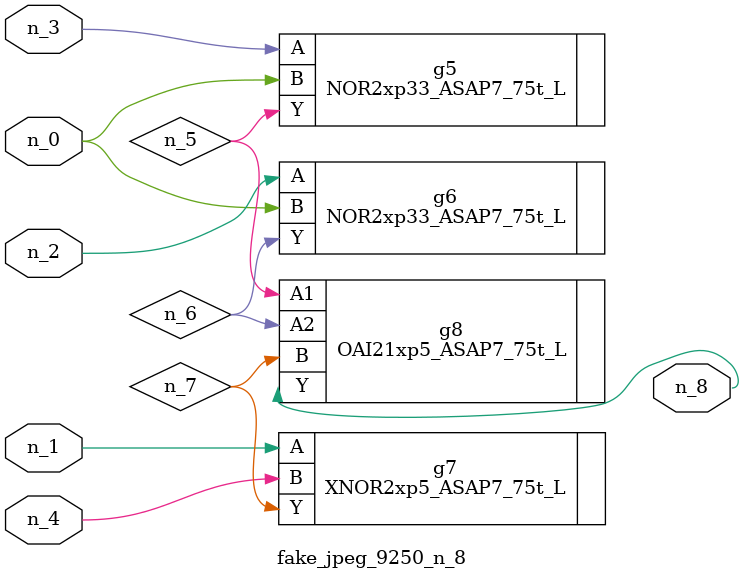
<source format=v>
module fake_jpeg_9250_n_8 (n_3, n_2, n_1, n_0, n_4, n_8);

input n_3;
input n_2;
input n_1;
input n_0;
input n_4;

output n_8;

wire n_6;
wire n_5;
wire n_7;

NOR2xp33_ASAP7_75t_L g5 ( 
.A(n_3),
.B(n_0),
.Y(n_5)
);

NOR2xp33_ASAP7_75t_L g6 ( 
.A(n_2),
.B(n_0),
.Y(n_6)
);

XNOR2xp5_ASAP7_75t_L g7 ( 
.A(n_1),
.B(n_4),
.Y(n_7)
);

OAI21xp5_ASAP7_75t_L g8 ( 
.A1(n_5),
.A2(n_6),
.B(n_7),
.Y(n_8)
);


endmodule
</source>
